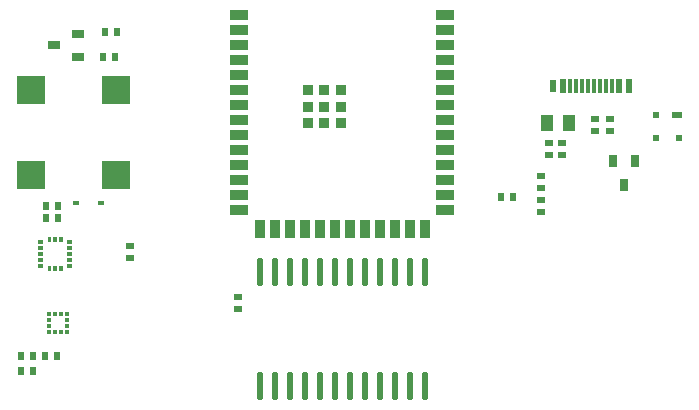
<source format=gbr>
%TF.GenerationSoftware,KiCad,Pcbnew,9.0.6*%
%TF.CreationDate,2025-12-04T12:23:30+01:00*%
%TF.ProjectId,Motherboard,4d6f7468-6572-4626-9f61-72642e6b6963,rev?*%
%TF.SameCoordinates,Original*%
%TF.FileFunction,Paste,Top*%
%TF.FilePolarity,Positive*%
%FSLAX46Y46*%
G04 Gerber Fmt 4.6, Leading zero omitted, Abs format (unit mm)*
G04 Created by KiCad (PCBNEW 9.0.6) date 2025-12-04 12:23:30*
%MOMM*%
%LPD*%
G01*
G04 APERTURE LIST*
%ADD10R,0.600000X0.700000*%
%ADD11O,0.559990X2.432000*%
%ADD12R,0.350000X0.375000*%
%ADD13R,0.375000X0.350000*%
%ADD14R,0.700000X0.600000*%
%ADD15R,1.000000X1.450000*%
%ADD16R,0.590000X0.450000*%
%ADD17R,2.400050X2.400050*%
%ADD18R,1.000000X0.700000*%
%ADD19R,0.900000X0.900000*%
%ADD20R,1.500000X0.900000*%
%ADD21R,0.900000X1.500000*%
%ADD22R,0.300000X1.150000*%
%ADD23R,0.500000X1.150000*%
%ADD24R,0.500000X1.100000*%
%ADD25R,0.700000X1.000000*%
%ADD26R,0.900000X0.600000*%
%ADD27R,0.500000X0.600000*%
G04 APERTURE END LIST*
%TO.C,U5*%
G36*
X125267859Y-102493635D02*
G01*
X125670349Y-102493635D01*
X125670349Y-102180595D01*
X125267859Y-102180595D01*
X125267859Y-102493635D01*
G37*
G36*
X125267859Y-102993645D02*
G01*
X125670349Y-102993645D01*
X125670349Y-102680595D01*
X125267859Y-102680595D01*
X125267859Y-102993645D01*
G37*
G36*
X125267859Y-103493645D02*
G01*
X125670349Y-103493645D01*
X125670349Y-103180585D01*
X125267859Y-103180585D01*
X125267859Y-103493645D01*
G37*
G36*
X125267859Y-103993635D02*
G01*
X125670349Y-103993635D01*
X125670349Y-103680585D01*
X125267859Y-103680585D01*
X125267859Y-103993635D01*
G37*
G36*
X125267859Y-104493635D02*
G01*
X125670349Y-104493635D01*
X125670349Y-104180595D01*
X125267859Y-104180595D01*
X125267859Y-104493635D01*
G37*
G36*
X124587569Y-104763365D02*
G01*
X124900619Y-104763365D01*
X124900619Y-104360875D01*
X124587569Y-104360875D01*
X124587569Y-104763365D01*
G37*
G36*
X124087569Y-104763365D02*
G01*
X124400629Y-104763365D01*
X124400629Y-104360875D01*
X124087569Y-104360875D01*
X124087569Y-104763365D01*
G37*
G36*
X123587579Y-104763365D02*
G01*
X123900629Y-104763365D01*
X123900629Y-104360875D01*
X123587579Y-104360875D01*
X123587579Y-104763365D01*
G37*
G36*
X122817849Y-104493635D02*
G01*
X123220339Y-104493635D01*
X123220339Y-104180595D01*
X122817849Y-104180595D01*
X122817849Y-104493635D01*
G37*
G36*
X122817849Y-103993635D02*
G01*
X123220339Y-103993635D01*
X123220339Y-103680585D01*
X122817849Y-103680585D01*
X122817849Y-103993635D01*
G37*
G36*
X122817849Y-103493645D02*
G01*
X123220339Y-103493645D01*
X123220339Y-103180585D01*
X122817849Y-103180585D01*
X122817849Y-103493645D01*
G37*
G36*
X122817849Y-102993645D02*
G01*
X123220339Y-102993645D01*
X123220339Y-102680595D01*
X122817849Y-102680595D01*
X122817849Y-102993645D01*
G37*
G36*
X122817849Y-102493635D02*
G01*
X123220339Y-102493635D01*
X123220339Y-102180595D01*
X122817849Y-102180595D01*
X122817849Y-102493635D01*
G37*
G36*
X123587579Y-102313355D02*
G01*
X123900629Y-102313355D01*
X123900629Y-101910865D01*
X123587579Y-101910865D01*
X123587579Y-102313355D01*
G37*
G36*
X124087569Y-102313355D02*
G01*
X124400629Y-102313355D01*
X124400629Y-101910865D01*
X124087569Y-101910865D01*
X124087569Y-102313355D01*
G37*
G36*
X124587569Y-102313355D02*
G01*
X124900619Y-102313355D01*
X124900619Y-101910865D01*
X124587569Y-101910865D01*
X124587569Y-102313355D01*
G37*
%TD*%
D10*
%TO.C,R9*%
X128466099Y-84517115D03*
X129466099Y-84517115D03*
%TD*%
D11*
%TO.C,U6*%
X155511099Y-104842115D03*
X154241099Y-104842115D03*
X152971099Y-104842115D03*
X151701099Y-104842115D03*
X150431099Y-104842115D03*
X144081099Y-104842115D03*
X145351099Y-104842115D03*
X146621099Y-104842115D03*
X147891099Y-104842115D03*
X149161099Y-104842115D03*
X142811099Y-104842115D03*
X141541099Y-104842115D03*
X141541099Y-114494115D03*
X142811099Y-114494115D03*
X149161099Y-114494115D03*
X147891099Y-114494115D03*
X146621099Y-114494115D03*
X145351099Y-114494115D03*
X144081099Y-114494115D03*
X150431099Y-114494115D03*
X151701099Y-114494115D03*
X152971099Y-114494115D03*
X154241099Y-114494115D03*
X155511099Y-114494115D03*
%TD*%
D12*
%TO.C,U4*%
X124252109Y-108398125D03*
X124752109Y-108398125D03*
X124752109Y-109923125D03*
X124252109Y-109923125D03*
D13*
X125264609Y-108410625D03*
X125264609Y-108910625D03*
X125264609Y-109410625D03*
X125264609Y-109910625D03*
X123739609Y-109910625D03*
X123739609Y-109410625D03*
X123739609Y-108910625D03*
X123739609Y-108410625D03*
%TD*%
D10*
%TO.C,R8*%
X128316099Y-86681115D03*
X129316099Y-86681115D03*
%TD*%
D14*
%TO.C,R7*%
X139738099Y-108009115D03*
X139738099Y-107009115D03*
%TD*%
D15*
%TO.C,F1*%
X165839099Y-92269115D03*
X167739099Y-92269115D03*
%TD*%
D16*
%TO.C,D1*%
X125983099Y-99000115D03*
X128093099Y-99000115D03*
%TD*%
D17*
%TO.C,BUZ1*%
X122168159Y-96630935D03*
X122168409Y-89431555D03*
X129368039Y-89431295D03*
X129368039Y-96630935D03*
%TD*%
D14*
%TO.C,C1*%
X166027099Y-93936115D03*
X166027099Y-94936115D03*
%TD*%
%TO.C,C2*%
X167170099Y-93928095D03*
X167170099Y-94928085D03*
%TD*%
D10*
%TO.C,C3*%
X124490119Y-99254115D03*
X123490129Y-99254115D03*
%TD*%
%TO.C,C4*%
X123490079Y-100270115D03*
X124490069Y-100270115D03*
%TD*%
%TO.C,C5*%
X122323099Y-111954115D03*
X121323099Y-111954115D03*
%TD*%
%TO.C,C6*%
X122331119Y-113224115D03*
X121331129Y-113224115D03*
%TD*%
%TO.C,C7*%
X123363079Y-111954115D03*
X124363069Y-111954115D03*
%TD*%
D18*
%TO.C,Q1*%
X124133099Y-85665115D03*
X126133099Y-84715105D03*
X126133099Y-86615125D03*
%TD*%
D14*
%TO.C,R1*%
X171234099Y-92896135D03*
X171234099Y-91896145D03*
%TD*%
%TO.C,R2*%
X169964099Y-92896135D03*
X169964099Y-91896145D03*
%TD*%
D10*
%TO.C,R3*%
X162971119Y-98492115D03*
X161971129Y-98492115D03*
%TD*%
D14*
%TO.C,R4*%
X130594099Y-103691135D03*
X130594099Y-102691145D03*
%TD*%
%TO.C,R5*%
X165392099Y-99754135D03*
X165392099Y-98754145D03*
%TD*%
%TO.C,R6*%
X165392099Y-96722095D03*
X165392099Y-97722085D03*
%TD*%
D19*
%TO.C,U1*%
X148426069Y-92245135D03*
X148426069Y-90845085D03*
X148426069Y-89445095D03*
X147026069Y-92245135D03*
X147026069Y-90845085D03*
X147026069Y-89445095D03*
X145626069Y-92245135D03*
X145626069Y-90845085D03*
X145626069Y-89445095D03*
D20*
X157276089Y-83125115D03*
X157276089Y-84395115D03*
X157276089Y-85665115D03*
X157276089Y-86935115D03*
X157276089Y-88205115D03*
X157276089Y-89475115D03*
X157276089Y-90745115D03*
X157276089Y-92015115D03*
X157276089Y-93285115D03*
X157276089Y-94555115D03*
X157276089Y-95825115D03*
X157276089Y-97095115D03*
X157276089Y-98365115D03*
X157276089Y-99635115D03*
D21*
X155511089Y-101185125D03*
X154241089Y-101185125D03*
X152971089Y-101185125D03*
X151701089Y-101185125D03*
X150431089Y-101185125D03*
X149161089Y-101185125D03*
X147891089Y-101185125D03*
X146621089Y-101185125D03*
X145351089Y-101185125D03*
X144081089Y-101185125D03*
X142811089Y-101185125D03*
X141541089Y-101185125D03*
D20*
X139776099Y-99635115D03*
X139776099Y-98365115D03*
X139776099Y-97095115D03*
X139776099Y-95825115D03*
X139776099Y-94555115D03*
X139776099Y-93285115D03*
X139776099Y-92015115D03*
X139776099Y-90745115D03*
X139776099Y-89475115D03*
X139776099Y-88205115D03*
X139776099Y-86935115D03*
X139776099Y-85665115D03*
X139776099Y-84395115D03*
X139776099Y-83125115D03*
%TD*%
D22*
%TO.C,USB1*%
X168335099Y-89095135D03*
X170335139Y-89095135D03*
X168835119Y-89095135D03*
X167835119Y-89095135D03*
D23*
X167185139Y-89095135D03*
D24*
X166385139Y-89095135D03*
D22*
X171335139Y-89095135D03*
X169335089Y-89095135D03*
X169835119Y-89095135D03*
X170835119Y-89095135D03*
D23*
X171985129Y-89095135D03*
X172785129Y-89095135D03*
%TD*%
D25*
%TO.C,U7*%
X173327109Y-95460115D03*
X171427089Y-95460115D03*
X172377099Y-97460115D03*
%TD*%
D26*
%TO.C,U2*%
X176860099Y-91573105D03*
D27*
X175060099Y-91573105D03*
X175060099Y-93473125D03*
X177060099Y-93473125D03*
%TD*%
M02*

</source>
